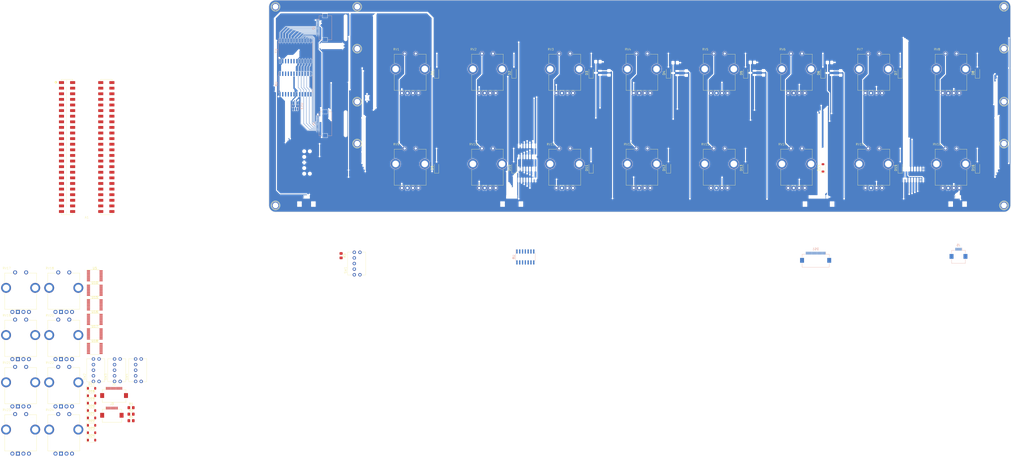
<source format=kicad_pcb>
(kicad_pcb (version 20221018) (generator pcbnew)
  (layers (0 "F.Cu" signal) (31 "B.Cu" signal) (34 "B.Paste" user) (35 "F.Paste" user) (36 "B.SilkS" user "B.Silkscreen") (37 "F.SilkS" user "F.Silkscreen") (38 "B.Mask" user) (39 "F.Mask" user) (44 "Edge.Cuts" user))
  (net 0 "")
  (net 1 "/POT_{5_1}")
  (net 2 "+3.3V")
  (net 3 "GND")
  (net 4 "/ENC_0")
  (net 5 "/ENC_1")
  (net 6 "/ENC_2")
  (net 7 "/ENC_3")
  (net 8 "/LITE")
  (net 9 "/DC")
  (net 10 "/SCLK")
  (net 11 "/MOSI")
  (net 12 "/MISO")
  (net 13 "/ROW_1")
  (net 14 "/ROW_2")
  (net 15 "/SW_2")
  (net 16 "/KEY_SER")
  (net 17 "/KEY_CLK")
  (net 18 "/POT_{5_2}")
  (net 19 "/SW_3")
  (net 20 "/CS_0")
  (net 21 "/CS_1")
  (net 22 "/CS_2")
  (net 23 "/CS_3")
  (net 24 "/CS_4")
  (net 25 "/ROW_3")
  (net 26 "/POT_SEL_EN")
  (net 27 "/POT_SEL_1")
  (net 28 "/POT_SEL_0")
  (net 29 "/POT_{0_1}")
  (net 30 "/POT_{0_2}")
  (net 31 "/POT_{1_1}")
  (net 32 "Net-(D1-A)")
  (net 33 "Net-(D2-A)")
  (net 34 "Net-(D3-A)")
  (net 35 "Net-(D4-A)")
  (net 36 "Net-(D5-A)")
  (net 37 "Net-(D6-A)")
  (net 38 "Net-(D7-A)")
  (net 39 "Net-(D8-A)")
  (net 40 "Net-(D9-A)")
  (net 41 "Net-(D10-A)")
  (net 42 "Net-(D11-A)")
  (net 43 "Net-(D12-A)")
  (net 44 "Net-(D13-A)")
  (net 45 "Net-(D14-A)")
  (net 46 "Net-(D15-A)")
  (net 47 "Net-(D16-A)")
  (net 48 "/POT_{1_2}")
  (net 49 "/SD_CS")
  (net 58 "/DSP_0_CS")
  (net 59 "/DSP_1_CS")
  (net 60 "/DSP_2_CS")
  (net 61 "/DSP_3_CS")
  (net 62 "/DSP_4_CS")
  (net 63 "/DSP_5_CS")
  (net 64 "/DSP_6_CS")
  (net 65 "/DSP_7_CS")
  (net 66 "/POT_{2_1}")
  (net 67 "/POT_{2_2}")
  (net 68 "/POT_{3_1}")
  (net 69 "/POT_{3_2}")
  (net 70 "/POT_{4_1}")
  (net 71 "/POT_{4_2}")
  (net 73 "/A_{0_1}")
  (net 74 "/DSP_8_CS")
  (net 75 "/DSP_9_CS")
  (net 76 "/DSP_10_CS")
  (net 77 "/DSP_11_CS")
  (net 78 "/DSP_12_CS")
  (net 79 "/DSP_13_CS")
  (net 80 "/DSP_14_CS")
  (net 81 "/DSP_15_CS")
  (net 82 "/A_{0_2}")
  (net 83 "Net-(D17-A)")
  (net 84 "/A_{1_1}")
  (net 85 "/A_{1_2}")
  (net 86 "/COL_0")
  (net 87 "/A_{9_1}")
  (net 88 "/A_{9_2}")
  (net 89 "/A_{2_1}")
  (net 90 "/A_{2_2}")
  (net 91 "/COL_1")
  (net 92 "/A_{10_1}")
  (net 93 "/A_{10_2}")
  (net 94 "/A_{3_1}")
  (net 95 "/A_{3_2}")
  (net 96 "/COL_2")
  (net 97 "/A_{11_1}")
  (net 98 "/A_{11_2}")
  (net 99 "/A_{4_1}")
  (net 100 "/A_{4_2}")
  (net 101 "/COL_3")
  (net 102 "/A_{12_1}")
  (net 103 "/A_{12_2}")
  (net 104 "/A_{5_1}")
  (net 105 "/A_{5_2}")
  (net 106 "/COL_4")
  (net 107 "/A_{13_1}")
  (net 108 "/A_{13_2}")
  (net 109 "/A_{6_1}")
  (net 110 "/A_{6_2}")
  (net 111 "/COL_5")
  (net 112 "/A_{14_1}")
  (net 113 "/A_{14_2}")
  (net 114 "/A_{7_1}")
  (net 115 "/A_{7_2}")
  (net 116 "/COL_6")
  (net 117 "/A_{15_1}")
  (net 118 "/A_{15_2}")
  (net 119 "/A_{8_1}")
  (net 120 "/A_{8_2}")
  (net 121 "/COL_7")
  (net 122 "Net-(D18-A)")
  (net 123 "Net-(D19-A)")
  (net 124 "/CS_EN")
  (net 125 "Net-(D20-A)")
  (net 126 "Net-(D21-A)")
  (net 127 "Net-(D22-A)")
  (net 128 "Net-(D23-A)")
  (net 129 "Net-(D24-A)")
  (net 130 "/DSP_16_CS")
  (net 131 "/DSP_17_CS")
  (net 132 "/DSP_18_CS")
  (net 133 "/DSP_19_CS")
  (net 136 "Net-(U9-~{E1})")
  (net 148 "/~{KEY_CLEAR}")
  (net 149 "/~{IPS_RST}")
  (net 150 "/IPS_CS")
  (net 151 "/SW_0")
  (net 152 "/SW_1")
  (net 153 "/~{OLED_RST}")
  (net 154 "/DSP_20_CS")
  (net 155 "/DSP_21_CS")
  (net 156 "/DSP_22_CS")
  (net 157 "/DSP_23_CS")
  (net 158 "/DSP_24_CS")
  (net 159 "/DSP_25_CS")
  (net 160 "/DSP_26_CS")
  (net 161 "/DSP_27_CS")
  (net 162 "/A_{16_1}")
  (net 163 "/A_{16_2}")
  (net 164 "/A_{17_1}")
  (net 165 "/A_{17_2}")
  (net 166 "/A_{18_1}")
  (net 167 "/A_{18_2}")
  (net 168 "/A_{19_1}")
  (net 169 "/A_{19_2}")
  (net 170 "/A_{20_1}")
  (net 171 "/A_{20_2}")
  (net 172 "/A_{21_1}")
  (net 173 "/A_{21_2}")
  (net 174 "/A_{22_1}")
  (net 175 "/A_{22_2}")
  (net 176 "/A_{23_1}")
  (net 177 "/A_{23_2}")
  (footprint "MPP_Potentiometer_THT:RV142FPF-40B1" (layer "F.Cu") (at 358.178 126.764)
    (fp_text reference "RV8")
    (fp_text value "RV142FPF-40B1")
  )
  (footprint "MPP_MountingHole:MountingHole_M2.5" (layer "F.Cu") (at 52.178 98.554)
    (fp_text reference "H1" hide)
    (fp_text value "MountingHole_Pad_M2.5")
  )
  (footprint "Resistor_SMD:R_0805_2012Metric_Pad1.20x1.40mm_HandSolder" (layer "F.Cu") (at 81.884 211.325 -90)
    (fp_text reference "R3")
    (fp_text value "10k")
  )
  (footprint "MPP_Potentiometer_THT:RV142FPF-40B1" (layer "F.Cu") (at 358.178 169.764)
    (fp_text reference "RV16")
    (fp_text value "RV142FPF-40B1")
  )
  (footprint "Diode_SMD:D_SOD-123" (layer "F.Cu") (at 265.178 128.554 90)
    (fp_text reference "D5")
    (fp_text value "D_Small_Filled")
  )
  (footprint "Package_SO:TSSOP-16_4.4x5mm_P0.65mm" (layer "F.Cu") (at -29.7 220.42)
    (fp_text reference "U5")
    (fp_text value "TMUX1209_TSSOP")
  )
  (footprint "MPP_Potentiometer_THT:RV142FPF-40B1" (layer "F.Cu") (at -43.75 290.1)
    (fp_text reference "RV24")
    (fp_text value "RV142FPF-40B1")
  )
  (footprint "MPP_Potentiometer_THT:RV142FPF-40B1" (layer "F.Cu") (at 148.178 126.764)
    (fp_text reference "RV2")
    (fp_text value "RV142FPF-40B1")
  )
  (footprint "Diode_SMD:D_SOD-123" (layer "F.Cu") (at 370.178 128.554 90)
    (fp_text reference "D8")
    (fp_text value "D_Small_Filled")
  )
  (footprint "MPP_Potentiometer_THT:RV142FPF-40B1" (layer "F.Cu") (at 148.178 169.764)
    (fp_text reference "RV10")
    (fp_text value "RV142FPF-40B1")
  )
  (footprint "Resistor_SMD:R_0805_2012Metric_Pad1.20x1.40mm_HandSolder" (layer "F.Cu") (at -13.26 286.08)
    (fp_text reference "R4")
    (fp_text value "10k")
  )
  (footprint "MPP_Potentiometer_THT:RV142FPF-40B1" (layer "F.Cu") (at 183.178 169.764)
    (fp_text reference "RV11")
    (fp_text value "RV142FPF-40B1")
  )
  (footprint "Diode_SMD:D_SOD-123" (layer "F.Cu") (at 160.178 128.554 90)
    (fp_text reference "D2")
    (fp_text value "D_Small_Filled")
  )
  (footprint "MPP_MountingHole:MountingHole_M2.5" (layer "F.Cu") (at 89.178 117.554)
    (fp_text reference "H4" hide)
    (fp_text value "MountingHole_Pad_M2.5")
  )
  (footprint "Diode_SMD:D_SOD-123" (layer "F.Cu") (at -31.155 288.18)
    (fp_text reference "D22")
    (fp_text value "D_Small_Filled")
  )
  (footprint "MPP_MountingHole:MountingHole_M2.5" (layer "F.Cu") (at 89.178 160.554)
    (fp_text reference "H8" hide)
    (fp_text value "MountingHole_Pad_M2.5")
  )
  (footprint "MPP_MountingHole:MountingHole_M2.5" (layer "F.Cu") (at 89.178 141.554)
    (fp_text reference "H6" hide)
    (fp_text value "MountingHole_Pad_M2.5")
  )
  (footprint "MPP_Potentiometer_THT:RV142FPF-40B1" (layer "F.Cu") (at 323.178 169.764)
    (fp_text reference "RV15")
    (fp_text value "RV142FPF-40B1")
  )
  (footprint "Diode_SMD:D_SOD-123" (layer "F.Cu") (at -31.155 271.43)
    (fp_text reference "D17")
    (fp_text value "D_Small_Filled")
  )
  (footprint "MPP_Potentiometer_THT:RV142FPF-40B1" (layer "F.Cu") (at 288.178 126.764)
    (fp_text reference "RV6")
    (fp_text value "RV142FPF-40B1")
  )
  (footprint "Diode_SMD:D_SOD-123" (layer "F.Cu") (at -31.155 294.88)
    (fp_text reference "D24")
    (fp_text value "D_Small_Filled")
  )
  (footprint "MPP_Potentiometer_THT:RV142FPF-40B1" (layer "F.Cu") (at -63.28 268.7)
    (fp_text reference "RV21")
    (fp_text value "RV142FPF-40B1")
  )
  (footprint "Connector_FFC-FPC:Hirose_FH12-11S-0.5SH_1x11-1MP_P0.50mm_Horizontal" (layer "F.Cu") (at -21.96 282.23)
    (fp_text reference "J3")
    (fp_text value "Conn_01x11_Socket")
  )
  (footprint "Package_SO:TSSOP-16_4.4x5mm_P0.65mm" (layer "F.Cu") (at -29.7 240.19)
    (fp_text reference "U16")
    (fp_text value "TMUX1209_TSSOP")
  )
  (footprint "Diode_SMD:D_SOD-123" (layer "F.Cu") (at 160.178 171.554 90)
    (fp_text reference "D10")
    (fp_text value "D_Small_Filled")
  )
  (footprint "MPP_MountingHole:MountingHole_M2.5" (layer "F.Cu") (at 382.178 117.554)
    (fp_text reference "H5" hide)
    (fp_text value "MountingHole_Pad_M2.5")
  )
  (footprint "Diode_SMD:D_SOD-123" (layer "F.Cu") (at 300.178 128.554 90)
    (fp_text reference "D6")
    (fp_text value "D_Small_Filled")
  )
  (footprint "MPP_Potentiometer_THT:RV142FPF-40B1" (layer "F.Cu") (at -63.28 290.1)
    (fp_text reference "RV23")
    (fp_text value "RV142FPF-40B1")
  )
  (footprint "MPP_Potentiometer_THT:RV142FPF-40B1" (layer "F.Cu") (at 253.178 169.764)
    (fp_text reference "RV13")
    (fp_text value "RV142FPF-40B1")
  )
  (footprint "MPP_Button_Switch_THT:NKK_SW_BxxAB" (layer "F.Cu") (at -19.75 263.21)
    (fp_text reference "SW3")
    (fp_text value "SW_SPDT_MSM")
  )
  (footprint "Diode_SMD:D_SOD-123" (layer "F.Cu") (at 230.178 171.554 90)
    (fp_text reference "D12")
    (fp_text value "D_Small_Filled")
  )
  (footprint "Diode_SMD:D_SOD-123" (layer "F.Cu") (at 335.178 171.554 90)
    (fp_text reference "D15")
    (fp_text value "D_Small_Filled")
  )
  (footprint "MPP_MountingHole:MountingHole_M2.5" (layer "F.Cu") (at 382.178 188.554)
    (fp_text reference "H11" hide)
    (fp_text value "MountingHole_Pad_M2.5")
  )
  (footprint "MPP_Potentiometer_THT:RV142FPF-40B1" (layer "F.Cu") (at 183.178 126.764)
    (fp_text reference "RV3")
    (fp_text value "RV142FPF-40B1")
  )
  (footprint "MPP_Potentiometer_THT:RV142FPF-40B1" (layer "F.Cu") (at 113.178 126.764)
    (fp_text reference "RV1")
    (fp_text value "RV142FPF-40B1")
  )
  (footprint "Diode_SMD:D_SOD-123" (layer "F.Cu") (at 230.178 128.554 90)
    (fp_text reference "D4")
    (fp_text value "D_Small_Filled")
  )
  (footprint "Diode_SMD:D_SOD-123" (layer "F.Cu") (at 265.178 171.554 90)
    (fp_text reference "D13")
    (fp_text value "D_Small_Filled")
  )
  (footprint "MPP_MountingHole:MountingHole_M2.5" (layer "F.Cu") (at 52.178 188.554)
    (fp_text reference "H10" hide)
    (fp_text value "MountingHole_Pad_M2.5")
  )
  (footprint "Connector_FFC-FPC:Hirose_FH12-15S-0.5SH_1x15-1MP_P0.50mm_Horizontal" (layer "F.Cu") (at -20.96 273.28)
    (fp_text reference "J1")
    (fp_text value "Conn_01x15_Socket")
  )
  (footprint "MPP_Potentiometer_THT:RV142FPF-40B1" (layer "F.Cu") (at 113.178 169.764)
    (fp_text reference "RV9")
    (fp_text value "RV142FPF-40B1")
  )
  (footprint "MPP_Potentiometer_THT:RV142FPF-40B1" (layer "F.Cu") (at 288.178 169.764)
    (fp_text reference "RV14")
    (fp_text value "RV142FPF-40B1")
  )
  (footprint "Diode_SMD:D_SOD-123" (layer "F.Cu") (at -31.155 274.78)
    (fp_text reference "D18")
    (fp_text value "D_Small_Filled")
  )
  (footprint "MPP_Button_Switch_THT:NKK_SW_BxxAB" (layer "F.Cu") (at -29.3 263.21)
    (fp_text reference "SW2")
    (fp_text value "SW_SPDT_MSM")
  )
  (footprint "MPP_Potentiometer_THT:RV142FPF-40B1" (layer "F.Cu") (at 323.178 126.764)
    (fp_text reference "RV7")
    (fp_text value "RV142FPF-40B1")
  )
  (footprint "MPP_MountingHole:MountingHole_M2.5" (layer "F.Cu") (at 89.178 98.554)
    (fp_text reference "H2" hide)
    (fp_text value "MountingHole_Pad_M2.5")
  )
  (footprint "Diode_SMD:D_SOD-123" (layer "F.Cu") (at 370.178 171.554 90)
    (fp_text reference "D16")
    (fp_text value "D_Small_Filled")
  )
  (footprint "MPP_MountingHole:MountingHole_M2.5" (layer "F.Cu") (at 382.178 160.554)
    (fp_text reference "H9" hide)
    (fp_text value "MountingHole_Pad_M2.5")
  )
  (footprint "Resistor_SMD:R_0805_2012Metric_Pad1.20x1.40mm_HandSolder" (layer "F.Cu") (at -13.26 280.18)
    (fp_text reference "R1")
    (fp_text value "10k")
  )
  (footprint "MPP_MountingHole:MountingHole_M2.5" (layer "F.Cu") (at 382.178 98.554)
    (fp_text reference "H3" hide)
    (fp_text value "MountingHole_Pad_M2.5")
  )
  (footprint "MPP_Potentiometer_THT:RV142FPF-40B1" (layer "F.Cu") (at -43.75 247.3)
    (fp_text reference "RV20")
    (fp_text value "RV142FPF-40B1")
  )
  (footprint "Diode_SMD:D_SOD-123" (layer "F.Cu") (at -31.155 291.53)
    (fp_text reference "D23")
    (fp_text value "D_Small_Filled")
  )
  (footprint "MPP_Potentiometer_THT:RV142FPF-40B1" (layer "F.Cu") (at 218.178 126.764)
    (fp_text reference "RV4")
    (fp_text value "RV142FPF-40B1")
  )
  (footprint "MPP_Potentiometer_THT:RV142FPF-40B1" (layer "F.Cu") (at -63.28 225.9)
    (fp_text reference "RV17")
    (fp_text value "RV142FPF-40B1")
  )
  (footprint "MPP_Potentiometer_THT:RV142FPF-40B1" (layer "F.Cu") (at -43.75 225.9)
    (fp_text reference "RV18")
    (fp_text value "RV142FPF-40B1")
  )
  (footprint "Package_SO:TSSOP-16_4.4x5mm_P0.65mm" (layer "F.Cu") (at -29.7 246.78)
    (fp_text reference "U17")
    (fp_text value "TMUX1209_TSSOP")
  )
  (footprint "Diode_SMD:D_SOD-123" (layer "F.Cu") (at 195.178 128.554 90)
    (fp_text reference "D3")
    (fp_text value "D_Small_Filled")
  )
  (footprint "Diode_SMD:D_SOD-123" (layer "F.Cu") (at 300.178 171.554 90)
    (fp_text reference "D14")
    (fp_text value "D_Small_Filled")
  )
  (footprint "Diode_SMD:D_SOD-123" (layer "F.Cu") (at -31.155 284.83)
    (fp_text reference "D21")
    (fp_text value "D_Small_Filled")
  )
  (footprint "MPP_Module:Teensy_4.1_Double_SMD" (layer "F.Cu") (at -33.365 131.765)
    (fp_text reference "A1")
    (fp_text value "Teensy_4.1_THT")
  )
  (footprint "Diode_SMD:D_SOD-123" (layer "F.Cu") (at -31.155 281.48)
    (fp_text reference "D20")
    (fp_text value "D_Small_Filled")
  )
  (footprint "MPP_Button_Switch_THT:NKK_SW_BxxAB" (layer "F.Cu") (at -10.2 263.21)
    (fp_text reference "SW4")
    (fp_text value "SW_SPDT_MSM")
  )
  (footprint "Package_SO:TSSOP-16_4.4x5mm_P0.65mm" (layer "F.Cu") (at -29.7 227.01)
    (fp_text reference "U10")
    (fp_text value "TMUX1209_TSSOP")
  )
  (footprint "Diode_SMD:D_SOD-123" (layer "F.Cu") (at 125.178 171.554 90)
    (fp_text reference "D9")
    (fp_text value "D_Small_Filled")
  )
  (footprint "MPP_Button_Switch_THT:NKK_SW_BxxAB" (layer "F.Cu") (at 88.884 214.884)
    (fp_text reference "SW1")
    (fp_text value "SW_SPDT_MSM")
  )
  (footprint "MPP_Potentiometer_THT:RV142FPF-40B1" (layer "F.Cu") (at -63.28 247.3)
    (fp_text reference "RV19")
    (fp_text value "RV142FPF-40B1")
  )
  (footprint "Package_SO:TSSOP-16_4.4x5mm_P0.65mm" (layer "F.Cu") (at -29.7 253.37)
    (fp_text reference "U18")
    (fp_text value "TMUX1209_TSSOP")
  )
  (footprint "Diode_SMD:D_SOD-123" (layer "F.Cu") (at 195.178 171.554 90)
    (fp_text reference "D11")
    (fp_text value "D_Small_Filled")
  )
  (footprint "Diode_SMD:D_SOD-123" (layer "F.Cu") (at 125.178 128.554 90)
    (fp_text reference "D1")
    (fp_text value "D_Small_Filled")
  )
  (footprint "Resistor_SMD:R_0805_2012Metric_Pad1.20x1.40mm_HandSolder" (layer "F.Cu") (at -13.26 283.13)
    (fp_text reference "R2")
    (fp_text value "10k")
  )
  (footprint "MPP_Potentiometer_THT:RV142FPF-40B1" (layer "F.Cu") (at 253.178 126.764)
    (fp_text reference "RV5")
    (fp_text value "RV142FPF-40B1")
  )
  (footprint "MPP_Potentiometer_THT:RV142FPF-40B1" (layer "F.Cu") (at 218.178 169.764)
    (fp_text reference "RV12")
    (fp_text value "RV142FPF-40B1")
  )
  (footprint "Diode_SMD:D_SOD-123" (layer "F.Cu") (at 335.178 128.554 90)
    (fp_text reference "D7")
    (fp_text value "D_Small_Filled")
  )
  (footprint "MPP_Potentiometer_THT:RV142FPF-40B1" (layer "F.Cu") (at -43.75 268.7)
    (fp_text reference "RV22")
    (fp_text value "RV142FPF-40B1")
  )
  (footprint "MPP_MountingHole:MountingHole_M2.5" (layer "F.Cu") (at 382.178 141.554)
    (fp_text reference "H7" hide)
    (fp_text value "MountingHole_Pad_M2.5")
  )
  (footprint "Package_SO:TSSOP-16_4.4x5mm_P0.65mm" (layer "F.Cu") (at -29.7 233.6)
    (fp_text reference "U15")
    (fp_text value "TMUX1209_TSSOP")
  )
  (footprint "Diode_SMD:D_SOD-123" (layer "F.Cu") (at -31.155 278.13)
    (fp_text reference "D19")
    (fp_text value "D_Small_Filled")
  )
  (footprint "Package_SO:SOIC-24W_7.5x15.4mm_P1.27mm" (layer "B.Cu") (at 61.178 133.554 -90)
    (fp_text reference "U9")
    (fp_text value "CD74HC154_SOIC")
  )
  (footprint "Package_TO_SOT_SMD:SOT-23-5_HandSoldering" (layer "B.Cu") (at 61.178 143.554 90)
    (fp_text reference "U13")
    (fp_text value "74LVC1G04")
  )
  (footprint "Connector_FFC-FPC:Hirose_FH12-15S-0.5SH_1x15-1MP_P0.50mm_Horizontal" (layer "B.Cu") (at 73.178 151.554 -90)
    (fp_text reference "J4")
    (fp_text value "Conn_01x15_Socket")
  )
  (footprint "Package_SO:SO-14_3.9x8.65mm_P1.27mm" (layer "B.Cu") (at 165.354 211.901 -90)
    (fp_text reference "U8")
    (fp_text value "74HC164")
  )
  (footprint "Connector_FFC-FPC:Hirose_FH12-18S-0.5SH_1x18-1MP_P0.50mm_Horizontal" (layer "B.Cu") (at 296.851 212.035 180)
    (fp_text reference "DS1")
    (fp_text value "EYE_SPI_DISPLAY_SMD")
  )
  (footprint "Connector_FFC-FPC:Hirose_FH12-15S-0.5SH_1x15-1MP_P0.50mm_Horizontal" (layer "B.Cu") (at 73.178 108.054 -90)
    (fp_text reference "J2")
    (fp_text value "Conn_01x15_Socket")
  )
  (footprint "Connector_FFC-FPC:Hirose_FH12-6S-0.5SH_1x06-1MP_P0.50mm_Horizontal" (layer "B.Cu") (at 361.569 210.251 180)
    (fp_text reference "J5")
    (fp_text value "Conn_01x06_Socket")
  )
  (footprint "Package_SO:SOIC-24W_7.5x15.4mm_P1.27mm" (layer "B.Cu") (at 61.178 118.554 -90)
    (fp_text reference "U7")
    (fp_text value "CD74HC154_SOIC")
  )
  (gr_line (start 382.178 191.554) (end 52.178 191.554) (stroke (width 0.1)) (layer "Edge.Cuts"))
  (gr_line (start 84.678 102.804) (end 84.678 113.304) (stroke (width 0.1)) (layer "Edge.Cuts"))
  (gr_line (start 84.678 146.304) (end 84.678 156.804) (stroke (width 0.1)) (layer "Edge.Cuts"))
  (gr_arc (start 385.178 188.554) (mid 384.29932 190.67532) (end 382.178 191.554) (stroke (width 0.1)) (layer "Edge.Cuts"))
  (gr_arc (start 52.178 191.554) (mid 50.05668 190.67532) (end 49.178 188.554) (stroke (width 0.1)) (layer "Edge.Cuts"))
  (gr_arc (start 84.678 156.804) (mid 83.928 157.554) (end 83.178 156.804) (stroke (width 0.1)) (layer "Edge.Cuts"))
  (gr_arc (start 49.178 98.554) (mid 50.05668 96.43268) (end 52.178 95.554) (stroke (width 0.1)) (layer "Edge.Cuts"))
  (gr_arc (start 83.178 102.804) (mid 83.928 102.054) (end 84.678 102.804) (stroke (width 0.1)) (layer "Edge.Cuts"))
  (gr_line (start 385.178 98.554) (end 385.178 188.554) (stroke (width 0.1)) (layer "Edge.Cuts"))
  (gr_arc (start 83.178 146.304) (mid 83.928 145.554) (end 84.678 146.304) (stroke (width 0.1)) (layer "Edge.Cuts"))
  (gr_line (start 49.178 188.554) (end 49.178 98.554) (stroke (width 0.1)) (layer "Edge.Cuts"))
  (gr_arc (start 84.678 113.304) (mid 83.928 114.054) (end 83.178 113.304) (stroke (width 0.1)) (layer "Edge.Cuts"))
  (gr_line (start 52.178 95.554) (end 382.178 95.554) (stroke (width 0.1)) (layer "Edge.Cuts"))
  (gr_line (start 83.178 102.804) (end 83.178 113.304) (stroke (width 0.1)) (layer "Edge.Cuts"))
  (gr_arc (start 382.178 95.554) (mid 384.29932 96.43268) (end 385.178 98.554) (stroke (width 0.1)) (layer "Edge.Cuts"))
  (gr_line (start 83.178 146.304) (end 83.178 156.804) (stroke (width 0.1)) (layer "Edge.Cuts"))
  (segment locked (start 54.193 110.129) (end 56.768 107.554) (width 0.1524) (layer "B.Cu") (net 58))
  (segment locked (start 54.193 113.904) (end 54.193 110.129) (width 0.1524) (layer "B.Cu") (net 58))
  (segment locked (start 56.768 107.554) (end 71.328 107.554) (width 0.1524) (layer "B.Cu") (net 58))
  (segment locked (start 57.792 108.054) (end 71.328 108.054) (width 0.1524) (layer "B.Cu") (net 59))
  (segment locked (start 55.463 113.904) (end 55.463 110.383) (width 0.1524) (layer "B.Cu") (net 59))
  (segment locked (start 55.463 110.383) (end 57.792 108.054) (width 0.1524) (layer "B.Cu") (net 59))
  (segment locked (start 56.733 113.904) (end 56.733 110.637) (width 0.1524) (layer "B.Cu") (net 60))
  (segment locked (start 56.733 110.637) (end 58.816 108.554) (width 0.1524) (layer "B.Cu") (net 60))
  (segment locked (start 58.816 108.554) (end 71.328 108.554) (width 0.1524) (layer "B.Cu") (net 60))
  (segment locked (start 58.003 113.904) (end 58.003 111.145) (width 0.1524) (layer "B.Cu") (net 61))
  (segment locked (start 58.003 111.145) (end 60.106 109.042) (width 0.1524) (layer "B.Cu") (net 61))
  (segment locked (start 60.106 109.042) (end 60.118 109.054) (width 0.1524) (layer "B.Cu") (net 61))
  (segment locked (start 60.118 109.054) (end 71.328 109.054) (width 0.1524) (layer "B.Cu") (net 61))
  (segment locked (start 59.273 111.78) (end 61.503 109.55) (width 0.1524) (layer "B.Cu") (net 62))
  (segment locked (start 61.507 109.554) (end 71.328 109.554) (width 0.1524) (layer "B.Cu") (net 62))
  (segment locked (start 61.503 109.55) (end 61.507 109.554) (width 0.1524) (layer "B.Cu") (net 62))
  (segment locked (start 59.273 113.904) (end 59.273 111.78) (width 0.1524) (layer "B.Cu") (net 62))
  (segment locked (start 60.543 112.415) (end 62.904 110.054) (width 0.1524) (layer "B.Cu") (net 63))
  (segment locked (start 62.904 110.054) (end 71.328 110.054) (width 0.1524) (layer "B.Cu") (net 63))
  (segment locked (start 60.543 113.904) (end 60.543 112.415) (width 0.1524) (layer "B.Cu") (net 63))
  (segment locked (start 64.055 110.554) (end 71.328 110.554) (width 0.1524) (layer "B.Cu") (net 64))
  (segment locked (start 61.813 113.904) (end 61.813 112.796) (width 0.1524) (layer "B.Cu") (net 64))
  (segment locked (start 61.813 112.796) (end 64.055 110.554) (width 0.1524) (layer "B.Cu") (net 64))
  (segment locked (start 65.079 111.054) (end 71.328 111.054) (width 0.1524) (layer "B.Cu") (net 65))
  (segment locked (start 63.083 113.05) (end 65.079 111.054) (width 0.1524) (layer "B.Cu") (net 65))
  (segment locked (start 63.083 113.904) (end 63.083 113.05) (width 0.1524) (layer "B.Cu") (net 65))
  (segment locked (start 65.313 111.836) (end 64.353 112.796) (width 0.1524) (layer "B.Cu") (net 74))
  (segment locked (start 69.885 150.4134) (end 69.885 112.725) (width 0.1524) (layer "B.Cu") (net 74))
  (segment locked (start 69.885 112.725) (end 68.996 111.836) (width 0.1524) (layer "B.Cu") (net 74))
  (segment locked (start 64.353 112.796) (end 64.353 113.904) (width 0.1524) (layer "B.Cu") (net 74))
  (segment locked (start 70.5256 151.054) (end 69.885 150.4134) (width 0.1524) (layer "B.Cu") (net 74))
  (segment locked (start 68.996 111.836) (end 65.313 111.836) (width 0.1524) (layer "B.Cu") (net 74))
  (segment locked (start 71.328 151.054) (end 70.5256 151.054) (width 0.1524) (layer "B.Cu") (net 74))
  (segment locked (start 65.623 112.796) (end 66.202 112.217) (width 0.1524) (layer "B.Cu") (net 75))
  (segment locked (start 68.742 112.217) (end 69.504 112.979) (width 0.1524) (layer "B.Cu") (net 75))
  (segment locked (start 65.623 113.904) (end 65.623 112.796) (width 0.1524) (layer "B.Cu") (net 75))
  (segment locked (start 66.202 112.217) (end 68.742 112.217) (width 0.1524) (layer "B.Cu") (net 75))
  (segment locked (start 69.504 112.979) (end 69.504 150.5324) (width 0.1524) (layer "B.Cu") (net 75))
  (segment locked (start 69.504 150.5324) (end 70.5256 151.554) (width 0.1524) (layer "B.Cu") (net 75))
  (segment locked (start 70.5256 151.554) (end 71.328 151.554) (width 0.1524) (layer "B.Cu") (net 75))
  (segment locked (start 68.615 112.598) (end 67.345 112.598) (width 0.1524) (layer "B.Cu") (net 76))
  (segment locked (start 69.123 113.106) (end 68.615 112.598) (width 0.1524) (layer "B.Cu") (net 76))
  (segment locked (start 66.893 113.05) (end 66.893 113.904) (width 0.1524) (layer "B.Cu") (net 76))
  (segment locked (start 69.123 150.6514) (end 69.123 113.106) (width 0.1524) (layer "B.Cu") (net 76))
  (segment locked (start 71.328 152.054) (end 70.5256 152.054) (width 0.1524) (layer "B.Cu") (net 76))
  (segment locked (start 70.5256 152.054) (end 69.123 150.6514) (width 0.1524) (layer "B.Cu") (net 76))
  (segment locked (start 67.345 112.598) (end 66.893 113.05) (width 0.1524) (layer "B.Cu") (net 76))
  (segment locked (start 68.107 125.171) (end 68.107 123.26) (width 0.1524) (layer "B.Cu") (net 77))
  (segment locked (start 67.472 134.95) (end 67.472 125.806) (width 0.1524) (layer "B.Cu") (net 77))
  (segment locked (start 67.472 125.806) (end 68.107 125.171) (width 0.1524) (layer "B.Cu") (net 77))
  (segment locked (start 71.328 152.554) (end 69.8633 152.554) (width 0.1524) (layer "B.Cu") (net 77))
  (segment locked (start 68.742 151.4327) (end 68.742 136.22) (width 0.1524) (layer "B.Cu") (net 77))
  (segment locked (start 68.107 123.26) (end 68.163 123.204) (width 0.1524) (layer "B.Cu") (net 77))
  (segment locked (start 69.8633 152.554) (end 68.742 151.4327) (width 0.1524) (layer "B.Cu") (net 77))
  (segment locked (start 68.742 136.22) (end 67.472 134.95) (width 0.1524) (layer "B.Cu") (net 77))
  (segment locked (start 66.837 125.1075) (end 66.837 123.26) (width 0.1524) (layer "B.Cu") (net 78))
  (segment locked (start 66.329 125.6155) (end 66.837 125.1075) (width 0.1524) (layer "B.Cu") (net 78))
  (segment locked (start 67.472 136.22) (end 66.329 135.077) (width 0.1524) (layer "B.Cu") (net 78))
  (segment locked (start 66.329 135.077) (end 66.329 125.6155) (width 0.1524) (layer "B.Cu") (net 78))
  (segment locked (start 69.193 153.054) (end 67.472 151.333) (width 0.1524) (layer "B.Cu") (net 78))
  (segment locked (start 66.837 123.26) (end 66.893 123.204) (width 0.1524) (layer "B.Cu") (net 78))
  (segment locked (start 67.472 151.333) (end 67.472 136.22) (width 0.1524) (layer "B.Cu") (net 78))
  (segment locked (start 71.328 153.054) (end 69.193 153.054) (width 0.1524) (layer "B.Cu") (net 78))
  (segment locked (start 66.1516 136.2966) (end 65.059 135.204) (width 0.1524) (layer "B.Cu") (net 79))
  (segment locked (start 68.423 153.554) (end 66.1516 151.2826) (width 0.1524) (layer "B.Cu") (net 79))
  (segment locked (start 65.059 125.552) (end 65.623 124.988) (width 0.1524) (layer "B.Cu") (net 79))
  (segment locked (start 66.1516 151.2826) (end 66.1516 136.2966) (width 0.1524) (layer "B.Cu") (net 79))
  (segment locked (start 71.328 153.554) (end 68.423 153.554) (width 0.1524) (layer "B.Cu") (net 79))
  (segment locked (start 65.623 124.988) (end 65.623 123.204) (width 0.1524) (layer "B.Cu") (net 79))
  (segment locked (start 65.059 135.204) (end 65.059 125.552) (width 0.1524) (layer "B.Cu") (net 79))
  (segment locked (start 63.789 135.077) (end 63.789 125.552) (width 0.1524) (layer "B.Cu") (net 80))
  (segment locked (start 64.932 151.46) (end 64.932 136.22) (width 0.1524) (layer "B.Cu") (net 80))
  (segment locked (start 71.328 154.054) (end 67.526 154.054) (width 0.1524) (layer "B.Cu") (net 80))
  (segment locked (start 64.297 125.044) (end 64.297 123.26) (width 0.1524) (layer "B.Cu") (net 80))
  (segment locked (start 64.932 136.22) (end 63.789 135.077) (width 0.1524) (layer "B.Cu") (net 80))
  (segment locked (start 63.789 125.552) (end 64.297 125.044) (width 0.1524) (layer "B.Cu") (net 80))
  (segment locked (start 64.297 123.26) (end 64.353 123.204) (width 0.1524) (layer "B.Cu") (net 80))
  (segment locked (start 67.526 154.054) (end 64.932 151.46) (width 0.1524) (layer "B.Cu") (net 80))
  (segment locked (start 63.6116 136.2966) (end 62.519 135.204) (width 0.1524) (layer "B.Cu") (net 81))
  (segment locked (start 71.328 154.554) (end 66.629 154.554) (width 0.1524) (layer "B.Cu") (net 81))
  (segment locked (start 62.519 125.552) (end 63.083 124.988) (width 0.1524) (layer "B.Cu") (net 81))
  (segment locked (start 66.629 154.554) (end 63.6116 151.5366) (width 0.1524) (layer "B.Cu") (net 81))
  (segment locked (start 63.083 124.988) (end 63.083 123.204) (width 0.1524) (layer "B.Cu") (net 81))
  (segment locked (start 62.519 135.204) (end 62.519 125.552) (width 0.1524) (layer "B.Cu") (net 81))
  (segment locked (start 63.6116 151.5366) (end 63.6116 136.2966) (width 0.1524) (layer "B.Cu") (net 81))
  (zone (net 3) (net_name "GND") (layer "B.Cu") (connect_pads (clearance 0.1524)) (min_thickness 0.1524) (fill yes (thermal_gap 0.1778) (thermal_bridge_width 0.1778))
    (polygon (pts (xy 49.178 95.554) (xy 385.178 95.554) (xy 385.178 191.554) (xy 49.178 191.554)))
  )
)
</source>
